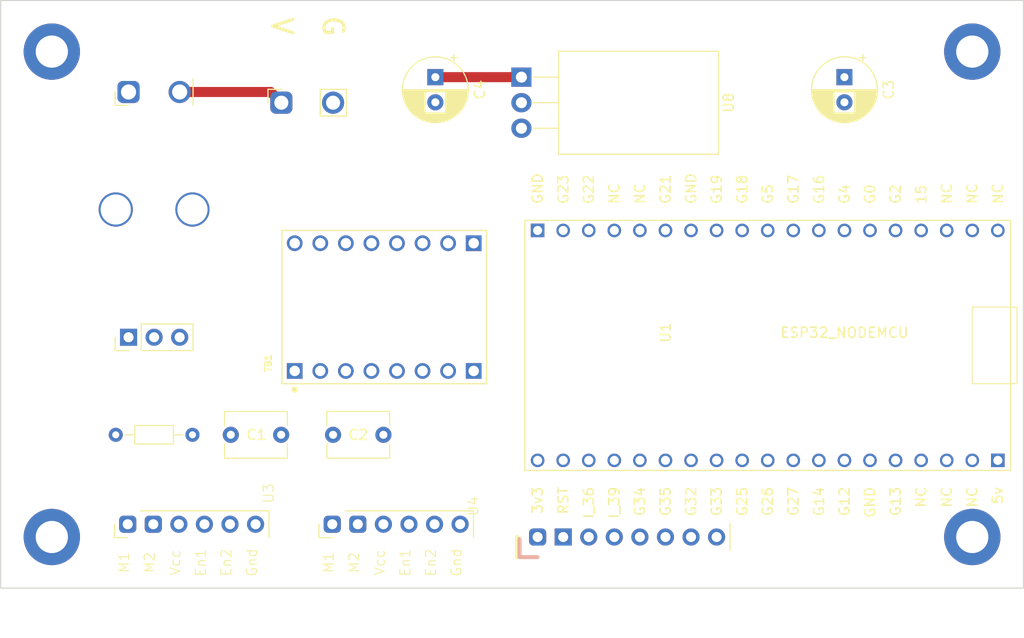
<source format=kicad_pcb>
(kicad_pcb (version 20221018) (generator pcbnew)
  (layers (0 "F.Cu" jumper) (31 "B.Cu" mixed) (36 "B.SilkS" user "B.Silkscreen") (37 "F.SilkS" user "F.Silkscreen") (38 "B.Mask" user) (39 "F.Mask" user) (44 "Edge.Cuts" user))
  (net 0 "")
  (net 1 "Net-(TB1-AO1)")
  (net 2 "Net-(TB1-AO2)")
  (net 3 "Net-(TB1-BO1)")
  (net 4 "Net-(TB1-BO2)")
  (net 5 "+3.3V")
  (net 6 "Net-(TB1-~{STBY})")
  (net 7 "0")
  (net 8 "+BATT")
  (net 9 "Rmotor-PWM")
  (net 10 "Rmotor-2")
  (net 11 "Rmotor-1")
  (net 12 "Lmotor-1")
  (net 13 "Lmotor-2")
  (net 14 "Lmotor-PWM")
  (net 15 "MPU-INT")
  (net 17 "MPU-SCL")
  (net 18 "MPU-SDA")
  (net 19 "LED-Internal")
  (net 21 "CurrentMeas")
  (net 29 "+5V")
  (net 38 "RPM-Right")
  (net 40 "RPM-Left")
  (net 45 "Net-(U7-Pin)")
  (footprint "Package_TO_SOT_THT:TO-220-3_Horizontal_TabDown" (layer "F.Cu") (at 153.33 76.2 -90)
    (fp_text reference "U8" (at 2.54 -20.58 90) (layer "F.SilkS"))
    (fp_text value "L7805")
    (fp_line (start -2.58 -19.58) (end -2.58 -3.69) (stroke (width 0.12)) (layer "F.SilkS"))
    (fp_line (start -2.58 -19.58) (end 7.66 -19.58) (stroke (width 0.12)) (layer "F.SilkS"))
    (fp_line (start -2.58 -3.69) (end 7.66 -3.69) (stroke (width 0.12)) (layer "F.SilkS"))
    (fp_line (start 0 -3.69) (end 0 -1.15) (stroke (width 0.12)) (layer "F.SilkS"))
    (fp_line (start 2.54 -3.69) (end 2.54 -1.15) (stroke (width 0.12)) (layer "F.SilkS"))
    (fp_line (start 5.08 -3.69) (end 5.08 -1.15) (stroke (width 0.12)) (layer "F.SilkS"))
    (fp_line (start 7.66 -19.58) (end 7.66 -3.69) (stroke (width 0.12)) (layer "F.SilkS"))
    (pad "" np_thru_hole oval (at 2.54 -16.66 270) (size 3.5 3.5) (drill 3.5) (layers "*.Cu" "*.Mask"))
    (pad "1" thru_hole rect (at 0 0 270) (size 1.905 2) (drill 1.1) (layers "*.Cu" "*.Mask") (net 8 "+BATT"))
    (pad "2" thru_hole oval (at 2.54 0 270) (size 1.905 2) (drill 1.1) (layers "*.Cu" "*.Mask") (net 7 "0"))
    (pad "3" thru_hole oval (at 5.08 0 270) (size 1.905 2) (drill 1.1) (layers "*.Cu" "*.Mask") (net 29 "+5V"))
  )
  (footprint "MountingHole:MountingHole_3.2mm_M3_DIN965_Pad_TopBottom" (layer "F.Cu") (at 106.68 121.92)
    (fp_text reference "H2" hide)
    (fp_text value "MountingHole")
    (pad "1" thru_hole circle (at 0 0) (size 3.6 3.6) (drill 3.2) (layers "*.Cu" "*.Mask"))
    (pad "1" connect circle (at 0 0) (size 5.6 5.6) (layers "F.Cu" "F.Mask"))
    (pad "1" connect circle (at 0 0) (size 5.6 5.6) (layers "B.Cu" "B.Mask"))
  )
  (footprint "Resistor_THT:R_Axial_DIN0204_L3.6mm_D1.6mm_P7.62mm_Horizontal" (layer "F.Cu") (at 113.03 111.76)
    (fp_text reference "R1" hide)
    (fp_text value "10kR")
    (fp_line (start 0.94 0) (end 1.89 0) (stroke (width 0.12)) (layer "F.SilkS"))
    (fp_line (start 1.89 -0.92) (end 1.89 0.92) (stroke (width 0.12)) (layer "F.SilkS"))
    (fp_line (start 1.89 0.92) (end 5.73 0.92) (stroke (width 0.12)) (layer "F.SilkS"))
    (fp_line (start 5.73 -0.92) (end 1.89 -0.92) (stroke (width 0.12)) (layer "F.SilkS"))
    (fp_line (start 5.73 0.92) (end 5.73 -0.92) (stroke (width 0.12)) (layer "F.SilkS"))
    (fp_line (start 6.68 0) (end 5.73 0) (stroke (width 0.12)) (layer "F.SilkS"))
    (pad "1" thru_hole circle (at 0 0) (size 1.4 1.4) (drill 0.7) (layers "*.Cu" "*.Mask") (net 5 "+3.3V"))
    (pad "2" thru_hole oval (at 7.62 0) (size 1.4 1.4) (drill 0.7) (layers "*.Cu" "*.Mask") (net 6 "Net-(TB1-~{STBY})"))
  )
  (footprint "Capacitor_THT:CP_Radial_D6.3mm_P2.50mm" (layer "F.Cu") (at 144.78 76.2 -90)
    (fp_text reference "C4" (at 1.25 -4.4 90) (layer "F.SilkS"))
    (fp_text value "C")
    (fp_line (start -2.250241 -1.839) (end -1.620241 -1.839) (stroke (width 0.12)) (layer "F.SilkS"))
    (fp_line (start -1.935241 -2.154) (end -1.935241 -1.524) (stroke (width 0.12)) (layer "F.SilkS"))
    (fp_line (start 1.25 -3.23) (end 1.25 3.23) (stroke (width 0.12)) (layer "F.SilkS"))
    (fp_line (start 1.29 -3.23) (end 1.29 3.23) (stroke (width 0.12)) (layer "F.SilkS"))
    (fp_line (start 1.33 -3.23) (end 1.33 3.23) (stroke (width 0.12)) (layer "F.SilkS"))
    (fp_line (start 1.37 -3.228) (end 1.37 3.228) (stroke (width 0.12)) (layer "F.SilkS"))
    (fp_line (start 1.41 -3.227) (end 1.41 3.227) (stroke (width 0.12)) (layer "F.SilkS"))
    (fp_line (start 1.45 -3.224) (end 1.45 3.224) (stroke (width 0.12)) (layer "F.SilkS"))
    (fp_line (start 1.49 -3.222) (end 1.49 -1.04) (stroke (width 0.12)) (layer "F.SilkS"))
    (fp_line (start 1.49 1.04) (end 1.49 3.222) (stroke (width 0.12)) (layer "F.SilkS"))
    (fp_line (start 1.53 -3.218) (end 1.53 -1.04) (stroke (width 0.12)) (layer "F.SilkS"))
    (fp_line (start 1.53 1.04) (end 1.53 3.218) (stroke (width 0.12)) (layer "F.SilkS"))
    (fp_line (start 1.57 -3.215) (end 1.57 -1.04) (stroke (width 0.12)) (layer "F.SilkS"))
    (fp_line (start 1.57 1.04) (end 1.57 3.215) (stroke (width 0.12)) (layer "F.SilkS"))
    (fp_line (start 1.61 -3.211) (end 1.61 -1.04) (stroke (width 0.12)) (layer "F.SilkS"))
    (fp_line (start 1.61 1.04) (end 1.61 3.211) (stroke (width 0.12)) (layer "F.SilkS"))
    (fp_line (start 1.65 -3.206) (end 1.65 -1.04) (stroke (width 0.12)) (layer "F.SilkS"))
    (fp_line (start 1.65 1.04) (end 1.65 3.206) (stroke (width 0.12)) (layer "F.SilkS"))
    (fp_line (start 1.69 -3.201) (end 1.69 -1.04) (stroke (width 0.12)) (layer "F.SilkS"))
    (fp_line (start 1.69 1.04) (end 1.69 3.201) (stroke (width 0.12)) (layer "F.SilkS"))
    (fp_line (start 1.73 -3.195) (end 1.73 -1.04) (stroke (width 0.12)) (layer "F.SilkS"))
    (fp_line (start 1.73 1.04) (end 1.73 3.195) (stroke (width 0.12)) (layer "F.SilkS"))
    (fp_line (start 1.77 -3.189) (end 1.77 -1.04) (stroke (width 0.12)) (layer "F.SilkS"))
    (fp_line (start 1.77 1.04) (end 1.77 3.189) (stroke (width 0.12)) (layer "F.SilkS"))
    (fp_line (start 1.81 -3.182) (end 1.81 -1.04) (stroke (width 0.12)) (layer "F.SilkS"))
    (fp_line (start 1.81 1.04) (end 1.81 3.182) (stroke (width 0.12)) (layer "F.SilkS"))
    (fp_line (start 1.85 -3.175) (end 1.85 -1.04) (stroke (width 0.12)) (layer "F.SilkS"))
    (fp_line (start 1.85 1.04) (end 1.85 3.175) (stroke (width 0.12)) (layer "F.SilkS"))
    (fp_line (start 1.89 -3.167) (end 1.89 -1.04) (stroke (width 0.12)) (layer "F.SilkS"))
    (fp_line (start 1.89 1.04) (end 1.89 3.167) (stroke (width 0.12)) (layer "F.SilkS"))
    (fp_line (start 1.93 -3.159) (end 1.93 -1.04) (stroke (width 0.12)) (layer "F.SilkS"))
    (fp_line (start 1.93 1.04) (end 1.93 3.159) (stroke (width 0.12)) (layer "F.SilkS"))
    (fp_line (start 1.971 -3.15) (end 1.971 -1.04) (stroke (width 0.12)) (layer "F.SilkS"))
    (fp_line (start 1.971 1.04) (end 1.971 3.15) (stroke (width 0.12)) (layer "F.SilkS"))
    (fp_line (start 2.011 -3.141) (end 2.011 -1.04) (stroke (width 0.12)) (layer "F.SilkS"))
    (fp_line (start 2.011 1.04) (end 2.011 3.141) (stroke (width 0.12)) (layer "F.SilkS"))
    (fp_line (start 2.051 -3.131) (end 2.051 -1.04) (stroke (width 0.12)) (layer "F.SilkS"))
    (fp_line (start 2.051 1.04) (end 2.051 3.131) (stroke (width 0.12)) (layer "F.SilkS"))
    (fp_line (start 2.091 -3.121) (end 2.091 -1.04) (stroke (width 0.12)) (layer "F.SilkS"))
    (fp_line (start 2.091 1.04) (end 2.091 3.121) (stroke (width 0.12)) (layer "F.SilkS"))
    (fp_line (start 2.131 -3.11) (end 2.131 -1.04) (stroke (width 0.12)) (layer "F.SilkS"))
    (fp_line (start 2.131 1.04) (end 2.131 3.11) (stroke (width 0.12)) (layer "F.SilkS"))
    (fp_line (start 2.171 -3.098) (end 2.171 -1.04) (stroke (width 0.12)) (layer "F.SilkS"))
    (fp_line (start 2.171 1.04) (end 2.171 3.098) (stroke (width 0.12)) (layer "F.SilkS"))
    (fp_line (start 2.211 -3.086) (end 2.211 -1.04) (stroke (width 0.12)) (layer "F.SilkS"))
    (fp_line (start 2.211 1.04) (end 2.211 3.086) (stroke (width 0.12)) (layer "F.SilkS"))
    (fp_line (start 2.251 -3.074) (end 2.251 -1.04) (stroke (width 0.12)) (layer "F.SilkS"))
    (fp_line (start 2.251 1.04) (end 2.251 3.074) (stroke (width 0.12)) (layer "F.SilkS"))
    (fp_line (start 2.291 -3.061) (end 2.291 -1.04) (stroke (width 0.12)) (layer "F.SilkS"))
    (fp_line (start 2.291 1.04) (end 2.291 3.061) (stroke (width 0.12)) (layer "F.SilkS"))
    (fp_line (start 2.331 -3.047) (end 2.331 -1.04) (stroke (width 0.12)) (layer "F.SilkS"))
    (fp_line (start 2.331 1.04) (end 2.331 3.047) (stroke (width 0.12)) (layer "F.SilkS"))
    (fp_line (start 2.371 -3.033) (end 2.371 -1.04) (stroke (width 0.12)) (layer "F.SilkS"))
    (fp_line (start 2.371 1.04) (end 2.371 3.033) (stroke (width 0.12)) (layer "F.SilkS"))
    (fp_line (start 2.411 -3.018) (end 2.411 -1.04) (stroke (width 0.12)) (layer "F.SilkS"))
    (fp_line (start 2.411 1.04) (end 2.411 3.018) (stroke (width 0.12)) (layer "F.SilkS"))
    (fp_line (start 2.451 -3.002) (end 2.451 -1.04) (stroke (width 0.12)) (layer "F.SilkS"))
    (fp_line (start 2.451 1.04) (end 2.451 3.002) (stroke (width 0.12)) (layer "F.SilkS"))
    (fp_line (start 2.491 -2.986) (end 2.491 -1.04) (stroke (width 0.12)) (layer "F.SilkS"))
    (fp_line (start 2.491 1.04) (end 2.491 2.986) (stroke (width 0.12)) (layer "F.SilkS"))
    (fp_line (start 2.531 -2.97) (end 2.531 -1.04) (stroke (width 0.12)) (layer "F.SilkS"))
    (fp_line (start 2.531 1.04) (end 2.531 2.97) (stroke (width 0.12)) (layer "F.SilkS"))
    (fp_line (start 2.571 -2.952) (end 2.571 -1.04) (stroke (width 0.12)) (layer "F.SilkS"))
    (fp_line (start 2.571 1.04) (end 2.571 2.952) (stroke (width 0.12)) (layer "F.SilkS"))
    (fp_line (start 2.611 -2.934) (end 2.611 -1.04) (stroke (width 0.12)) (layer "F.SilkS"))
    (fp_line (start 2.611 1.04) (end 2.611 2.934) (stroke (width 0.12)) (layer "F.SilkS"))
    (fp_line (start 2.651 -2.916) (end 2.651 -1.04) (stroke (width 0.12)) (layer "F.SilkS"))
    (fp_line (start 2.651 1.04) (end 2.651 2.916) (stroke (width 0.12)) (layer "F.SilkS"))
    (fp_line (start 2.691 -2.896) (end 2.691 -1.04) (stroke (width 0.12)) (layer "F.SilkS"))
    (fp_line (start 2.691 1.04) (end 2.691 2.896) (stroke (width 0.12)) (layer "F.SilkS"))
    (fp_line (start 2.731 -2.876) (end 2.731 -1.04) (stroke (width 0.12)) (layer "F.SilkS"))
    (fp_line (start 2.731 1.04) (end 2.731 2.876) (stroke (width 0.12)) (layer "F.SilkS"))
    (fp_line (start 2.771 -2.856) (end 2.771 -1.04) (stroke (width 0.12)) (layer "F.SilkS"))
    (fp_line (start 2.771 1.04) (end 2.771 2.856) (stroke (width 0.12)) (layer "F.SilkS"))
    (fp_line (start 2.811 -2.834) (end 2.811 -1.04) (stroke (width 0.12)) (layer "F.SilkS"))
    (fp_line (start 2.811 1.04) (end 2.811 2.834) (stroke (width 0.12)) (layer "F.SilkS"))
    (fp_line (start 2.851 -2.812) (end 2.851 -1.04) (stroke (width 0.12)) (layer "F.SilkS"))
    (fp_line (start 2.851 1.04) (end 2.851 2.812) (stroke (width 0.12)) (layer "F.SilkS"))
    (fp_line (start 2.891 -2.79) (end 2.891 -1.04) (stroke (width 0.12)) (layer "F.SilkS"))
    (fp_line (start 2.891 1.04) (end 2.891 2.79) (stroke (width 0.12)) (layer "F.SilkS"))
    (fp_line (start 2.931 -2.766) (end 2.931 -1.04) (stroke (width 0.12)) (layer "F.SilkS"))
    (fp_line (start 2.931 1.04) (end 2.931 2.766) (stroke (width 0.12)) (layer "F.SilkS"))
    (fp_line (start 2.971 -2.742) (end 2.971 -1.04) (stroke (width 0.12)) (layer "F.SilkS"))
    (fp_line (start 2.971 1.04) (end 2.971 2.742) (stroke (width 0.12)) (layer "F.SilkS"))
    (fp_line (start 3.011 -2.716) (end 3.011 -1.04) (stroke (width 0.12)) (layer "F.SilkS"))
    (fp_line (start 3.011 1.04) (end 3.011 2.716) (stroke (width 0.12)) (layer "F.SilkS"))
    (fp_line (start 3.051 -2.69) (end 3.051 -1.04) (stroke (width 0.12)) (layer "F.SilkS"))
    (fp_line (start 3.051 1.04) (end 3.051 2.69) (stroke (width 0.12)) (layer "F.SilkS"))
    (fp_line (start 3.091 -2.664) (end 3.091 -1.04) (stroke (width 0.12)) (layer "F.SilkS"))
    (fp_line (start 3.091 1.04) (end 3.091 2.664) (stroke (width 0.12)) (layer "F.SilkS"))
    (fp_line (start 3.131 -2.636) (end 3.131 -1.04) (stroke (width 0.12)) (layer "F.SilkS"))
    (fp_line (start 3.131 1.04) (end 3.131 2.636) (stroke (width 0.12)) (layer "F.SilkS"))
    (fp_line (start 3.171 -2.607) (end 3.171 -1.04) (stroke (width 0.12)) (layer "F.SilkS"))
    (fp_line (start 3.171 1.04) (end 3.171 2.607) (stroke (width 0.12)) (layer "F.SilkS"))
    (fp_line (start 3.211 -2.578) (end 3.211 -1.04) (stroke (width 0.12)) (layer "F.SilkS"))
    (fp_line (start 3.211 1.04) (end 3.211 2.578) (stroke (width 0.12)) (layer "F.SilkS"))
    (fp_line (start 3.251 -2.548) (end 3.251 -1.04) (stroke (width 0.12)) (layer "F.SilkS"))
    (fp_line (start 3.251 1.04) (end 3.251 2.548) (stroke (width 0.12)) (layer "F.SilkS"))
    (fp_line (start 3.291 -2.516) (end 3.291 -1.04) (stroke (width 0.12)) (layer "F.SilkS"))
    (fp_line (start 3.291 1.04) (end 3.291 2.516) (stroke (width 0.12)) (layer "F.SilkS"))
    (fp_line (start 3.331 -2.484) (end 3.331 -1.04) (stroke (width 0.12)) (layer "F.SilkS"))
    (fp_line (start 3.331 1.04) (end 3.331 2.484) (stroke (width 0.12)) (layer "F.SilkS"))
    (fp_line (start 3.371 -2.45) (end 3.371 -1.04) (stroke (width 0.12)) (layer "F.SilkS"))
    (fp_line (start 3.371 1.04) (end 3.371 2.45) (stroke (width 0.12)) (layer "F.SilkS"))
    (fp_line (start 3.411 -2.416) (end 3.411 -1.04) (stroke (width 0.12)) (layer "F.SilkS"))
    (fp_line (start 3.411 1.04) (end 3.411 2.416) (stroke (width 0.12)) (layer "F.SilkS"))
    (fp_line (start 3.451 -2.38) (end 3.451 -1.04) (stroke (width 0.12)) (layer "F.SilkS"))
    (fp_line (start 3.451 1.04) (end 3.451 2.38) (stroke (width 0.12)) (layer "F.SilkS"))
    (fp_line (start 3.491 -2.343) (end 3.491 -1.04) (stroke (width 0.12)) (layer "F.SilkS"))
    (fp_line (start 3.491 1.04) (end 3.491 2.343) (stroke (width 0.12)) (layer "F.SilkS"))
    (fp_line (start 3.531 -2.305) (end 3.531 -1.04) (stroke (width 0.12)) (layer "F.SilkS"))
    (fp_line (start 3.531 1.04) (end 3.531 2.305) (stroke (width 0.12)) (layer "F.SilkS"))
    (fp_line (start 3.571 -2.265) (end 3.571 2.265) (stroke (width 0.12)) (layer "F.SilkS"))
    (fp_line (start 3.611 -2.224) (end 3.611 2.224) (stroke (width 0.12)) (layer "F.SilkS"))
    (fp_line (start 3.651 -2.182) (end 3.651 2.182) (stroke (width 0.12)) (layer "F.SilkS"))
    (fp_line (start 3.691 -2.137) (end 3.691 2.137) (stroke (width 0.12)) (layer "F.SilkS"))
    (fp_line (start 3.731 -2.092) (end 3.731 2.092) (stroke (width 0.12)) (layer "F.SilkS"))
    (fp_line (start 3.771 -2.044) (end 3.771 2.044) (stroke (width 0.12)) (layer "F.SilkS"))
    (fp_line (start 3.811 -1.995) (end 3.811 1.995) (stroke (width 0.12)) (layer "F.SilkS"))
    (fp_line (start 3.851 -1.944) (end 3.851 1.944) (stroke (width 0.12)) (layer "F.SilkS"))
    (fp_line (start 3.891 -1.89) (end 3.891 1.89) (stroke (width 0.12)) (layer "F.SilkS"))
    (fp_line (start 3.931 -1.834) (end 3.931 1.834) (stroke (width 0.12)) (layer "F.SilkS"))
    (fp_line (start 3.971 -1.776) (end 3.971 1.776) (stroke (width 0.12)) (layer "F.SilkS"))
    (fp_line (start 4.011 -1.714) (end 4.011 1.714) (stroke (width 0.12)) (layer "F.SilkS"))
    (fp_line (start 4.051 -1.65) (end 4.051 1.65) (stroke (width 0.12)) (layer "F.SilkS"))
    (fp_line (start 4.091 -1.581) (end 4.091 1.581) (stroke (width 0.12)) (layer "F.SilkS"))
    (fp_line (start 4.131 -1.509) (end 4.131 1.509) (stroke (width 0.12)) (layer "F.SilkS"))
    (fp_line (start 4.171 -1.432) (end 4.171 1.432) (stroke (width 0.12)) (layer "F.SilkS"))
    (fp_line (start 4.211 -1.35) (end 4.211 1.35) (stroke (width 0.12)) (layer "F.SilkS"))
    (fp_line (start 4.251 -1.262) (end 4.251 1.262) (stroke (width 0.12)) (layer "F.SilkS"))
    (fp_line (start 4.291 -1.165) (end 4.291 1.165) (stroke (width 0.12)) (layer "F.SilkS"))
    (fp_line (start 4.331 -1.059) (end 4.331 1.059) (stroke (width 0.12)) (layer "F.SilkS"))
    (fp_line (start 4.371 -0.94) (end 4.371 0.94) (stroke (width 0.12)) (layer "F.SilkS"))
    (fp_line (start 4.411 -0.802) (end 4.411 0.802) (stroke (width 0.12)) (layer "F.SilkS"))
    (fp_line (start 4.451 -0.633) (end 4.451 0.633) (stroke (width 0.12)) (layer "F.SilkS"))
    (fp_line (start 4.491 -0.402) (end 4.491 0.402) (stroke (width 0.12)) (layer "F.SilkS"))
    (fp_circle (center 1.25 0) (end 4.52 0) (stroke (width 0.12)) (fill none) (layer "F.SilkS"))
    (pad "1" thru_hole rect (at 0 0 270) (size 1.6 1.6) (drill 0.8) (layers "*.Cu" "*.Mask") (net 8 "+BATT"))
    (pad "2" thru_hole circle (at 2.5 0 270) (size 1.6 1.6) (drill 0.8) (layers "*.Cu" "*.Mask") (net 7 "0"))
  )
  (footprint "MountingHole:MountingHole_3.2mm_M3_DIN965_Pad_TopBottom" (layer "F.Cu") (at 198.12 73.66)
    (fp_text reference "H3" hide)
    (fp_text value "MountingHole")
    (pad "1" thru_hole circle (at 0 0) (size 3.6 3.6) (drill 3.2) (layers "*.Cu" "*.Mask"))
    (pad "1" connect circle (at 0 0) (size 5.6 5.6) (layers "F.Cu" "F.Mask"))
    (pad "1" connect circle (at 0 0) (size 5.6 5.6) (layers "B.Cu" "B.Mask"))
  )
  (footprint "0_Footprints:V-TecMotorHeader" (layer "F.Cu") (at 141.2075 119.38 90)
    (fp_text reference "U4" (at 0.53 7.3325 90 unlocked) (layer "F.SilkS") (effects (font (thickness 0.1))))
    (fp_text value "~")
    (fp_text user "Vcc" (at -5.08 -2.54 90 unlocked) (layer "F.SilkS") (effects (font (thickness 0.1)) (justify top)))
    (fp_text user "M1" (at -5.08 -7.62 90 unlocked) (layer "F.SilkS") (effects (font (thickness 0.1)) (justify top)))
    (fp_text user "Gnd" (at -5.08 5.08 90 unlocked) (layer "F.SilkS") (effects (font (thickness 0.1)) (justify top)))
    (fp_text user "M2" (at -5.08 -5.08 90 unlocked) (layer "F.SilkS") (effects (font (thickness 0.1)) (justify top)))
    (fp_text user "En1" (at -5.08 0 90 unlocked) (layer "F.SilkS") (effects (font (thickness 0.1)) (justify top)))
    (fp_text user "En2" (at -5.08 2.54 90 unlocked) (layer "F.SilkS") (effects (font (thickness 0.1)) (justify top)))
    (fp_line (start -2.6 -7.9975) (end -1.27 -7.9975) (stroke (width 0.12)) (layer "F.SilkS"))
    (fp_line (start -2.6 -6.6675) (end -2.6 -7.9975) (stroke (width 0.12)) (layer "F.SilkS"))
    (fp_line (start -2.6 7.3625) (end 0.06 7.3625) (stroke (width 0.12)) (layer "F.SilkS"))
    (fp_line (start 0.06 -5.3975) (end 0.06 7.3625) (stroke (width 0.12)) (layer "F.SilkS"))
    (pad "1" thru_hole roundrect (at -1.27 -6.6675 90) (size 1.7 1.7) (drill 1) (layers "*.Cu" "*.Mask") (net 4 "Net-(TB1-BO2)"))
    (pad "2" thru_hole roundrect (at -1.27 -4.1275 90) (size 1.7 1.7) (drill 1) (layers "*.Cu" "*.Mask") (net 3 "Net-(TB1-BO1)"))
    (pad "3" thru_hole oval (at -1.27 -1.5875 90) (size 1.7 1.7) (drill 1) (layers "*.Cu" "*.Mask") (net 5 "+3.3V"))
    (pad "4" thru_hole oval (at -1.27 0.9525 90) (size 1.7 1.7) (drill 1) (layers "*.Cu" "*.Mask") (net 38 "RPM-Right"))
    (pad "5" thru_hole oval (at -1.27 3.4925 90) (size 1.7 1.7) (drill 1) (layers "*.Cu" "*.Mask"))
    (pad "6" thru_hole oval (at -1.27 6.0325 90) (size 1.7 1.7) (drill 1) (layers "*.Cu" "*.Mask") (net 7 "0"))
  )
  (footprint "0_Footprints:CurrentMeter" (layer "F.Cu") (at 116.84 102.06)
    (fp_text reference "U7" hide)
    (fp_text value "~" hide)
    (fp_line (start -3.87 -23.054) (end -3.87 -24.384) (stroke (width 0.12)) (layer "F.SilkS"))
    (fp_line (start -3.87 1.33) (end -3.87 0) (stroke (width 0.12)) (layer "F.SilkS"))
    (fp_line (start -2.54 -23.054) (end -3.87 -23.054) (stroke (width 0.12)) (layer "F.SilkS"))
    (fp_line (start -2.54 1.33) (end -3.87 1.33) (stroke (width 0.12)) (layer "F.SilkS"))
    (fp_line (start -1.27 -1.33) (end 3.87 -1.33) (stroke (width 0.12)) (layer "F.SilkS"))
    (fp_line (start -1.27 1.33) (end -1.27 -1.33) (stroke (width 0.12)) (layer "F.SilkS"))
    (fp_line (start -1.27 1.33) (end 3.87 1.33) (stroke (width 0.12)) (layer "F.SilkS"))
    (fp_line (start 3.87 -23.054) (end 3.87 -25.714) (stroke (width 0.12)) (layer "F.SilkS"))
    (fp_line (start 3.87 1.33) (end 3.87 -1.33) (stroke (width 0.12)) (layer "F.SilkS"))
    (pad "" thru_hole oval (at -3.81 -12.7 90) (size 3.4 3.4) (drill 3) (layers "*.Cu" "*.Mask"))
    (pad "" thru_hole oval (at 3.81 -12.7 90) (size 3.4 3.4) (drill 3) (layers "*.Cu" "*.Mask"))
    (pad "1" thru_hole rect (at -2.54 0 90) (size 1.7 1.7) (drill 1) (layers "*.Cu" "*.Mask") (net 7 "0"))
    (pad "2" thru_hole oval (at 0 0 90) (size 1.7 1.7) (drill 1) (layers "*.Cu" "*.Mask") (net 21 "CurrentMeas"))
    (pad "3" thru_hole oval (at 2.54 0 90) (size 1.7 1.7) (drill 1) (layers "*.Cu" "*.Mask") (net 29 "+5V"))
    (pad "p1" thru_hole oval (at 2.54 -24.384 90) (size 2.2 2.2) (drill 1.5) (layers "*.Cu" "*.Mask") (net 45 "Net-(U7-Pin)"))
    (pad "p2" thru_hole roundrect (at -2.54 -24.384 90) (size 2.2 2.2) (drill 1.5) (layers "*.Cu" "*.Mask") (net 8 "+BATT"))
  )
  (footprint "0_Footprints:SHIELD_POLOLU-713" (layer "F.Cu") (at 139.7 99.06 90)
    (fp_text reference "TB1" (at -5.576673 -11.524334 90) (layer "F.SilkS") (effects (font (size 0.640998 0.640998))))
    (fp_text value "POLOLU-713")
    (fp_line (start -7.62 -10.16) (end 7.62 -10.16) (stroke (width 0.127)) (layer "F.SilkS"))
    (fp_line (start -7.62 10.16) (end -7.62 -10.16) (stroke (width 0.127)) (layer "F.SilkS"))
    (fp_line (start 7.62 -10.16) (end 7.62 10.16) (stroke (width 0.127)) (layer "F.SilkS"))
    (fp_line (start 7.62 10.16) (end -7.62 10.16) (stroke (width 0.127)) (layer "F.SilkS"))
    (fp_circle (center -8.2 -8.9) (end -8.05 -8.9) (stroke (width 0.3)) (fill none) (layer "F.SilkS"))
    (pad "1" thru_hole rect (at -6.35 -8.89 90) (size 1.56 1.56) (drill 1.04) (layers "*.Cu" "*.Mask") (net 7 "0"))
    (pad "2" thru_hole circle (at -6.35 -6.35 90) (size 1.56 1.56) (drill 1.04) (layers "*.Cu" "*.Mask") (net 5 "+3.3V"))
    (pad "3" thru_hole circle (at -6.35 -3.81 90) (size 1.56 1.56) (drill 1.04) (layers "*.Cu" "*.Mask") (net 1 "Net-(TB1-AO1)"))
    (pad "4" thru_hole circle (at -6.35 -1.27 90) (size 1.56 1.56) (drill 1.04) (layers "*.Cu" "*.Mask") (net 2 "Net-(TB1-AO2)"))
    (pad "5" thru_hole circle (at -6.35 1.27 90) (size 1.56 1.56) (drill 1.04) (layers "*.Cu" "*.Mask") (net 4 "Net-(TB1-BO2)"))
    (pad "6" thru_hole circle (at -6.35 3.81 90) (size 1.56 1.56) (drill 1.04) (layers "*.Cu" "*.Mask") (net 3 "Net-(TB1-BO1)"))
    (pad "7" thru_hole circle (at -6.35 6.35 90) (size 1.56 1.56) (drill 1.04) (layers "*.Cu" "*.Mask") (net 8 "+BATT"))
    (pad "8" thru_hole rect (at -6.35 8.89 90) (size 1.56 1.56) (drill 1.04) (layers "*.Cu" "*.Mask") (net 7 "0"))
    (pad "9" thru_hole rect (at 6.35 8.89 90) (size 1.56 1.56) (drill 1.04) (layers "*.Cu" "*.Mask") (net 7 "0"))
    (pad "10" thru_hole circle (at 6.35 6.35 90) (size 1.56 1.56) (drill 1.04) (layers "*.Cu" "*.Mask") (net 9 "Rmotor-PWM"))
    (pad "11" thru_hole circle (at 6.35 3.81 90) (size 1.56 1.56) (drill 1.04) (layers "*.Cu" "*.Mask") (net 10 "Rmotor-2"))
    (pad "12" thru_hole circle (at 6.35 1.27 90) (size 1.56 1.56) (drill 1.04) (layers "*.Cu" "*.Mask") (net 11 "Rmotor-1"))
    (pad "13" thru_hole circle (at 6.35 -1.27 90) (size 1.56 1.56) (drill 1.04) (layers "*.Cu" "*.Mask") (net 6 "Net-(TB1-~{STBY})"))
    (pad "14" thru_hole circle (at 6.35 -3.81 90) (size 1.56 1.56) (drill 1.04) (layers "*.Cu" "*.Mask") (net 12 "Lmotor-1"))
    (pad "15" thru_hole circle (at 6.35 -6.35 90) (size 1.56 1.56) (drill 1.04) (layers "*.Cu" "*.Mask") (net 13 "Lmotor-2"))
    (pad "16" thru_hole circle (at 6.35 -8.89 90) (size 1.56 1.56) (drill 1.04) (layers "*.Cu" "*.Mask") (net 14 "Lmotor-PWM"))
  )
  (footprint "Capacitor_THT:C_Disc_D6.0mm_W4.4mm_P5.00mm" (layer "F.Cu") (at 124.46 111.76)
    (fp_text reference "C1" (at 2.54 0) (layer "F.SilkS"))
    (fp_text value "C")
    (fp_line (start -0.62 -2.321) (end -0.62 -0.925) (stroke (width 0.12)) (layer "F.SilkS"))
    (fp_line (start -0.62 -2.321) (end 5.62 -2.321) (stroke (width 0.12)) (layer "F.SilkS"))
    (fp_line (start -0.62 0.925) (end -0.62 2.321) (stroke (width 0.12)) (layer "F.SilkS"))
    (fp_line (start -0.62 2.321) (end 5.62 2.321) (stroke (width 0.12)) (layer "F.SilkS"))
    (fp_line (start 5.62 -2.321) (end 5.62 -0.925) (stroke (width 0.12)) (layer "F.SilkS"))
    (fp_line (start 5.62 0.925) (end 5.62 2.321) (stroke (width 0.12)) (layer "F.SilkS"))
    (pad "1" thru_hole circle (at 0 0) (size 1.6 1.6) (drill 0.8) (layers "*.Cu" "*.Mask") (net 1 "Net-(TB1-AO1)"))
    (pad "2" thru_hole circle (at 5 0) (size 1.6 1.6) (drill 0.8) (layers "*.Cu" "*.Mask") (net 2 "Net-(TB1-AO2)"))
  )
  (footprint "MountingHole:MountingHole_3.2mm_M3_DIN965_Pad_TopBottom" (layer "F.Cu") (at 198.12 121.92)
    (fp_text reference "H4" hide)
    (fp_text value "MountingHole")
    (pad "1" thru_hole circle (at 0 0) (size 3.6 3.6) (drill 3.2) (layers "*.Cu" "*.Mask"))
    (pad "1" connect circle (at 0 0) (size 5.6 5.6) (layers "F.Cu" "F.Mask"))
    (pad "1" connect circle (at 0 0) (size 5.6 5.6) (layers "B.Cu" "B.Mask"))
  )
  (footprint "0_Footprints:BatteryConnector" (layer "F.Cu") (at 130.115 78.74 -90)
    (fp_text reference "U5" hide)
    (fp_text value "~" hide)
    (fp_text user "G" (at -7.62 -4.505 -90 unlocked) (layer "F.SilkS") (effects (font (size 2 2) (thickness 0.3))))
    (fp_text user "V" (at -7.62 0.575 -90 unlocked) (layer "F.SilkS") (effects (font (size 2 2) (thickness 0.3))))
    (fp_line (start -1.33 -5.835) (end 1.33 -5.835) (stroke (width 0.12)) (layer "F.SilkS"))
    (fp_line (start -1.33 -3.235) (end -1.33 -5.835) (stroke (width 0.12)) (layer "F.SilkS"))
    (fp_line (start -1.33 -3.235) (end 1.33 -3.235) (stroke (width 0.12)) (layer "F.SilkS"))
    (fp_line (start -1.33 -3.235) (end 1.33 -3.235) (stroke (width 0.12)) (layer "F.SilkS"))
    (fp_line (start -1.33 0.635) (end -1.33 1.965) (stroke (width 0.12)) (layer "F.SilkS"))
    (fp_line (start -1.33 1.965) (end 0 1.965) (stroke (width 0.12)) (layer "F.SilkS"))
    (fp_line (start 1.33 -3.235) (end 1.33 -5.835) (stroke (width 0.12)) (layer "F.SilkS"))
    (pad "GND" thru_hole oval (at 0 -4.505 270) (size 2.2 2.2) (drill 1.4) (layers "*.Cu" "*.Mask") (net 7 "0"))
    (pad "Vbatt" thru_hole roundrect (at 0 0.635 270) (size 2.2 2.2) (drill 1.4) (layers "*.Cu" "*.Mask") (net 45 "Net-(U7-Pin)"))
  )
  (footprint "Capacitor_THT:C_Disc_D6.0mm_W4.4mm_P5.00mm" (layer "F.Cu") (at 134.62 111.76)
    (fp_text reference "C2" (at 2.5 0) (layer "F.SilkS"))
    (fp_text value "C")
    (fp_line (start -0.62 -2.321) (end -0.62 -0.925) (stroke (width 0.12)) (layer "F.SilkS"))
    (fp_line (start -0.62 -2.321) (end 5.62 -2.321) (stroke (width 0.12)) (layer "F.SilkS"))
    (fp_line (start -0.62 0.925) (end -0.62 2.321) (stroke (width 0.12)) (layer "F.SilkS"))
    (fp_line (start -0.62 2.321) (end 5.62 2.321) (stroke (width 0.12)) (layer "F.SilkS"))
    (fp_line (start 5.62 -2.321) (end 5.62 -0.925) (stroke (width 0.12)) (layer "F.SilkS"))
    (fp_line (start 5.62 0.925) (end 5.62 2.321) (stroke (width 0.12)) (layer "F.SilkS"))
    (pad "1" thru_hole circle (at 0 0) (size 1.6 1.6) (drill 0.8) (layers "*.Cu" "*.Mask") (net 4 "Net-(TB1-BO2)"))
    (pad "2" thru_hole circle (at 5 0) (size 1.6 1.6) (drill 0.8) (layers "*.Cu" "*.Mask") (net 3 "Net-(TB1-BO1)"))
  )
  (footprint "0_Footprints:V-TecMotorHeader" (layer "F.Cu") (at 120.8875 119.38 90)
    (fp_text reference "U3" (at 1.8 7.3325 90 unlocked) (layer "F.SilkS") (effects (font (thickness 0.1))))
    (fp_text value "~")
    (fp_text user "Vcc" (at -5.08 -2.54 90 unlocked) (layer "F.SilkS") (effects (font (thickness 0.1)) (justify top)))
    (fp_text user "Gnd" (at -5.08 5.08 90 unlocked) (layer "F.SilkS") (effects (font (thickness 0.1)) (justify top)))
    (fp_text user "En1" (at -5.08 0 90 unlocked) (layer "F.SilkS") (effects (font (thickness 0.1)) (justify top)))
    (fp_text user "En2" (at -5.08 2.54 90 unlocked) (layer "F.SilkS") (effects (font (thickness 0.1)) (justify top)))
    (fp_text user "M1" (at -5.08 -7.62 90 unlocked) (layer "F.SilkS") (effects (font (thickness 0.1)) (justify top)))
    (fp_text user "M2" (at -5.08 -5.08 90 unlocked) (layer "F.SilkS") (effects (font (thickness 0.1)) (justify top)))
    (fp_line (start -2.6 -7.9975) (end -1.27 -7.9975) (stroke (width 0.12)) (layer "F.SilkS"))
    (fp_line (start -2.6 -6.6675) (end -2.6 -7.9975) (stroke (width 0.12)) (layer "F.SilkS"))
    (fp_line (start -2.6 7.3625) (end 0.06 7.3625) (stroke (width 0.12)) (layer "F.SilkS"))
    (fp_line (start 0.06 -5.3975) (end 0.06 7.3625) (stroke (width 0.12)) (layer "F.SilkS"))
    (pad "1" thru_hole roundrect (at -1.27 -6.6675 90) (size 1.7 1.7) (drill 1) (layers "*.Cu" "*.Mask") (net 1 "Net-(TB1-AO1)"))
    (pad "2" thru_hole roundrect (at -1.27 -4.1275 90) (size 1.7 1.7) (drill 1) (layers "*.Cu" "*.Mask") (net 2 "Net-(TB1-AO2)"))
    (pad "3" thru_hole oval (at -1.27 -1.5875 90) (size 1.7 1.7) (drill 1) (layers "*.Cu" "*.Mask") (net 5 "+3.3V"))
    (pad "4" thru_hole oval (at -1.27 0.9525 90) (size 1.7 1.7) (drill 1) (layers "*.Cu" "*.Mask") (net 40 "RPM-Left"))
    (pad "5" thru_hole oval (at -1.27 3.4925 90) (size 1.7 1.7) (drill 1) (layers "*.Cu" "*.Mask"))
    (pad "6" thru_hole oval (at -1.27 6.0325 90) (size 1.7 1.7) (drill 1) (layers "*.Cu" "*.Mask") (net 7 "0"))
  )
  (footprint "0_Footprints:MPU-6050-External" (layer "F.Cu") (at 172.72 121.92 -90)
    (fp_text reference "U6" hide)
    (fp_text value "~" hide)
    (fp_line (start 2 17.78) (end 2 19.57) (stroke (width 0.4)) (layer "B.SilkS"))
    (fp_line (start 2 19.57) (end 0.21 19.57) (stroke (width 0.4)) (layer "B.SilkS"))
    (fp_line (start 1.33 -1.33) (end -1.33 -1.33) (stroke (width 0.12)) (layer "F.SilkS"))
    (fp_line (start 2 17.8) (end 2 19.8) (stroke (width 0.4)) (layer "F.SilkS"))
    (fp_line (start 2 19.8) (end 0 19.8) (stroke (width 0.4)) (layer "F.SilkS"))
    (pad "ADO" thru_hole oval (at 0 2.54 90) (size 1.7 1.7) (drill 1) (layers "*.Cu" "*.Mask"))
    (pad "GND" thru_hole rect (at 0 15.24 90) (size 1.7 1.7) (drill 1) (layers "*.Cu" "*.Mask") (net 7 "0"))
    (pad "INT" thru_hole oval (at 0 0 90) (size 1.7 1.7) (drill 1) (layers "*.Cu" "*.Mask") (net 15 "MPU-INT"))
    (pad "SCL" thru_hole oval (at 0 12.7 90) (size 1.7 1.7) (drill 1) (layers "*.Cu" "*.Mask") (net 17 "MPU-SCL"))
    (pad "SDA" thru_hole oval (at 0 10.16 90) (size 1.7 1.7) (drill 1) (layers "*.Cu" "*.Mask") (net 18 "MPU-SDA"))
    (pad "VCC" thru_hole roundrect (at 0 17.78 90) (size 1.7 1.7) (drill 1) (layers "*.Cu" "*.Mask") (net 5 "+3.3V"))
    (pad "XCL" thru_hole oval (at 0 5.08 90) (size 1.7 1.7) (drill 1) (layers "*.Cu" "*.Mask"))
    (pad "XDA" thru_hole oval (at 0 7.62 90) (size 1.7 1.7) (drill 1) (layers "*.Cu" "*.Mask"))
  )
  (footprint "MountingHole:MountingHole_3.2mm_M3_DIN965_Pad_TopBottom" (layer "F.Cu") (at 106.68 73.66)
    (fp_text reference "H1" hide)
    (fp_text value "MountingHole")
    (pad "1" thru_hole circle (at 0 0) (size 3.6 3.6) (drill 3.2) (layers "*.Cu" "*.Mask"))
    (pad "1" connect circle (at 0 0) (size 5.6 5.6) (layers "F.Cu" "F.Mask"))
    (pad "1" connect circle (at 0 0) (size 5.6 5.6) (layers "B.Cu" "B.Mask"))
  )
  (footprint "0_Footprints:MODULE_ESP32_NODEMCU" (layer "F.Cu") (at 177.8 102.87 90)
    (fp_text reference "U1" (at 1.27 -10.16 90) (layer "F.SilkS"))
    (fp_text value "ESP32_NODEMCU" (at 1.27 7.62) (layer "F.SilkS"))
    (fp_text user " NC" (at -13.97 17.78 90 unlocked) (layer "F.SilkS") (effects (justify right)))
    (fp_text user "GND" (at 13.97 -22.86 90 unlocked) (layer "F.SilkS") (effects (justify left)))
    (fp_text user " NC" (at -13.97 15.24 90 unlocked) (layer "F.SilkS") (effects (justify right)))
    (fp_text user "NC" (at 13.97 -15.24 90 unlocked) (layer "F.SilkS") (effects (justify left)))
    (fp_text user " G27" (at -13.97 2.54 90 unlocked) (layer "F.SilkS") (effects (justify right)))
    (fp_text user "NC" (at 13.97 20.32 90 unlocked) (layer "F.SilkS") (effects (justify left)))
    (fp_text user " I_39" (at -13.97 -15.24 90 unlocked) (layer "F.SilkS") (effects (justify right)))
    (fp_text user "G16" (at 13.97 5.08 90 unlocked) (layer "F.SilkS") (effects (justify left)))
    (fp_text user "G17" (at 13.97 2.54 90 unlocked) (layer "F.SilkS") (effects (justify left)))
    (fp_text user "G5" (at 13.97 0 90 unlocked) (layer "F.SilkS") (effects (justify left)))
    (fp_text user "G12" (at -13.97 7.62 90 unlocked) (layer "F.SilkS") (effects (justify right)))
    (fp_text user "15" (at 13.97 15.24 90 unlocked) (layer "F.SilkS") (effects (justify left)))
    (fp_text user "NC" (at 13.97 17.78 90 unlocked) (layer "F.SilkS") (effects (justify left)))
    (fp_text user " G25" (at -13.97 -2.54 90 unlocked) (layer "F.SilkS") (effects (justify right)))
    (fp_text user " GND" (at -13.97 10.16 90 unlocked) (layer "F.SilkS") (effects (justify right)))
    (fp_text user "G23" (at 13.97 -20.32 90 unlocked) (layer "F.SilkS") (effects (justify left)))
    (fp_text user "G19" (at 13.97 -5.08 90 unlocked) (layer "F.SilkS") (effects (justify left)))
    (fp_text user "G4" (at 13.97 7.62 90 unlocked) (layer "F.SilkS") (effects (justify left)))
    (fp_text user " G32" (at -13.97 -7.62 90 unlocked) (layer "F.SilkS") (effects (justify right)))
    (fp_text user "RST" (at -13.97 -20.32 90 unlocked) (layer "F.SilkS") (effects (justify right)))
    (fp_text user "GND" (at 13.97 -7.62 90 unlocked) (layer "F.SilkS") (effects (justify left)))
    (fp_text user "NC" (at 13.97 22.86 90 unlocked) (layer "F.SilkS") (effects (justify left)))
    (fp_text user " G26" (at -13.97 0 90 unlocked) (layer "F.SilkS") (effects (justify right)))
    (fp_text user "NC" (at 13.97 -12.7 90 unlocked) (layer "F.SilkS") (effects (justify left)))
    (fp_text user " 5v" (at -13.97 22.86 90 unlocked) (layer "F.SilkS") (effects (justify right)))
    (fp_text user " G33" (at -13.97 -5.08 90 unlocked) (layer "F.SilkS") (effects (justify right)))
    (fp_text user "G0" (at 13.97 10.16 90 unlocked) (layer "F.SilkS") (effects (justify left)))
    (fp_text user " NC" (at -13.97 20.32 90 unlocked) (layer "F.SilkS") (effects (justify right)))
    (fp_text user "3v3" (at -13.97 -22.86 90 unlocked) (layer "F.SilkS") (effects (justify right)))
    (fp_text user "G18" (at 13.97 -2.54 90 unlocked) (layer "F.SilkS") (effects (justify left)))
    (fp_text user " I_36" (at -13.97 -17.78 90 unlocked) (layer "F.SilkS") (effects (justify right)))
    (fp_text user "G22" (at 13.97 -17.78 90 unlocked) (layer "F.SilkS") (effects (justify left)))
    (fp_text user "G2" (at 13.97 12.7 90 unlocked) (layer "F.SilkS") (effects (justify left)))
    (fp_text user " G14" (at -13.97 5.08 90 unlocked) (layer "F.SilkS") (effects (justify right)))
    (fp_text user "G34" (at -13.97 -12.7 90 unlocked) (layer "F.SilkS") (effects (justify right)))
    (fp_text user "G13" (at -13.97 12.7 90 unlocked) (layer "F.SilkS") (effects (justify right)))
    (fp_text user "G21" (at 13.97 -10.16 90 unlocked) (layer "F.SilkS") (effects (justify left)))
    (fp_text user "G35" (at -13.97 -10.16 90 unlocked) (layer "F.SilkS") (effects (justify right)))
    (fp_line (start -12.43 -24.13) (end -12.43 24.13) (stroke (width 0.127)) (layer "F.SilkS"))
    (fp_line (start -12.43 -24.13) (end 12.43 -24.13) (stroke (width 0.127)) (layer "F.SilkS"))
    (fp_line (start -12.43 24.13) (end 12.43 24.13) (stroke (width 0.127)) (layer "F.SilkS"))
    (fp_line (start 12.43 -24.13) (end 12.43 24.13) (stroke (width 0.127)) (layer "F.SilkS"))
    (fp_rect (start -3.81 20.32) (end 3.81 24.765) (stroke (width 0.1)) (fill none) (layer "F.SilkS"))
    (pad "J4_1" thru_hole rect (at 11.43 -22.86 90) (size 1.35 1.35) (drill 0.9) (layers "*.Cu" "*.Mask") (net 7 "0"))
    (pad "J4_2" thru_hole circle (at 11.43 -20.32 90) (size 1.35 1.35) (drill 0.9) (layers "*.Cu" "*.Mask") (net 15 "MPU-INT"))
    (pad "J4_3" thru_hole circle (at 11.43 -17.78 90) (size 1.35 1.35) (drill 0.9) (layers "*.Cu" "*.Mask") (net 17 "MPU-SCL"))
    (pad "J4_4" thru_hole circle (at 11.43 -15.24 90) (size 1.35 1.35) (drill 0.9) (layers "*.Cu" "*.Mask"))
    (pad "J4_5" thru_hole circle (at 11.43 -12.7 90) (size 1.35 1.35) (drill 0.9) (layers "*.Cu" "*.Mask"))
    (pad "J4_6" thru_hole circle (at 11.43 -10.16 90) (size 1.35 1.35) (drill 0.9) (layers "*.Cu" "*.Mask") (net 18 "MPU-SDA"))
    (pad "J4_7" thru_hole circle (at 11.43 -7.62 90) (size 1.35 1.35) (drill 0.9) (layers "*.Cu" "*.Mask") (net 7 "0"))
    (pad "J4_8" thru_hole circle (at 11.43 -5.08 90) (size 1.35 1.35) (drill 0.9) (layers "*.Cu" "*.Mask") (net 12 "Lmotor-1"))
    (pad "J4_9" thru_hole circle (at 11.43 -2.54 90) (size 1.35 1.35) (drill 0.9) (layers "*.Cu" "*.Mask") (net 13 "Lmotor-2"))
    (pad "J4_10" thru_hole circle (at 11.43 0 90) (size 1.35 1.35) (drill 0.9) (layers "*.Cu" "*.Mask") (net 14 "Lmotor-PWM"))
    (pad "J4_11" thru_hole circle (at 11.43 2.54 90) (size 1.35 1.35) (drill 0.9) (layers "*.Cu" "*.Mask") (net 11 "Rmotor-1"))
    (pad "J4_12" thru_hole circle (at 11.43 5.08 90) (size 1.35 1.35) (drill 0.9) (layers "*.Cu" "*.Mask") (net 10 "Rmotor-2"))
    (pad "J4_13" thru_hole circle (at 11.43 7.62 90) (size 1.35 1.35) (drill 0.9) (layers "*.Cu" "*.Mask") (net 9 "Rmotor-PWM"))
    (pad "J4_14" thru_hole circle (at 11.43 10.16 90) (size 1.35 1.35) (drill 0.9) (layers "*.Cu" "*.Mask"))
    (pad "J4_15" thru_hole circle (at 11.43 12.7 90) (size 1.35 1.35) (drill 0.9) (layers "*.Cu" "*.Mask") (net 19 "LED-Internal"))
    (pad "J4_16" thru_hole circle (at 11.43 15.24 90) (size 1.35 1.35) (drill 0.9) (layers "*.Cu" "*.Mask"))
    (pad "J4_17" thru_hole circle (at 11.43 17.78 90) (size 1.35 1.35) (drill 0.9) (layers "*.Cu" "*.Mask"))
    (pad "J4_18" thru_hole circle (at 11.43 20.32 90) (size 1.35 1.35) (drill 0.9) (layers "*.Cu" "*.Mask"))
    (pad "J4_19" thru_hole circle (at 11.43 22.86 90) (size 1.35 1.35) (drill 0.9) (layers "*.Cu" "*.Mask"))
    (pad "J5_1" thru_hole rect (at -11.43 22.86 90) (size 1.35 1.35) (drill 0.9) (layers "*.Cu" "*.Mask") (net 29 "+5V"))
    (pad "J5_2" thru_hole circle (at -11.43 20.32 90) (size 1.35 1.35) (drill 0.9) (layers "*.Cu" "*.Mask"))
    (pad "J5_3" thru_hole circle (at -11.43 17.78 90) (size 1.35 1.35) (drill 0.9) (layers "*.Cu" "*.Mask"))
    (pad "J5_4" thru_hole circle (at -11.43 15.24 90) (size 1.35 1.35) (drill 0.9) (layers "*.Cu" "*.Mask"))
    (pad "J5_5" thru_hole circle (at -11.43 12.7 90) (size 1.35 1.35) (drill 0.9) (layers "*.Cu" "*.Mask"))
    (pad "J5_6" thru_hole circle (at -11.43 10.16 90) (size 1.35 1.35) (drill 0.9) (layers "*.Cu" "*.Mask") (net 7 "0"))
    (pad "J5_7" thru_hole circle (at -11.43 7.62 90) (size 1.35 1.35) (drill 0.9) (layers "*.Cu" "*.Mask"))
    (pad "J5_8" thru_hole circle (at -11.43 5.08 90) (size 1.35 1.35) (drill 0.9) (layers "*.Cu" "*.Mask"))
    (pad "J5_9" thru_hole circle (at -11.43 2.54 90) (size 1.35 1.35) (drill 0.9) (layers "*.Cu" "*.Mask"))
    (pad "J5_10" thru_hole circle (at -11.43 0 90) (size 1.35 1.35) (drill 0.9) (layers "*.Cu" "*.Mask"))
    (pad "J5_11" thru_hole circle (at -11.43 -2.54 90) (size 1.35 1.35) (drill 0.9) (layers "*.Cu" "*.Mask"))
    (pad "J5_12" thru_hole circle (at -11.43 -5.08 90) (size 1.35 1.35) (drill 0.9) (layers "*.Cu" "*.Mask"))
    (pad "J5_13" thru_hole circle (at -11.43 -7.62 90) (size 1.35 1.35) (drill 0.9) (layers "*.Cu" "*.Mask"))
    (pad "J5_14" thru_hole circle (at -11.43 -10.16 90) (size 1.35 1.35) (drill 0.9) (layers "*.Cu" "*.Mask") (net 21 "CurrentMeas"))
    (pad "J5_15" thru_hole circle (at -11.43 -12.7 90) (size 1.35 1.35) (drill 0.9) (layers "*.Cu" "*.Mask"))
    (pad "J5_16" thru_hole circle (at -11.43 -15.24 90) (size 1.35 1.35) (drill 0.9) (layers "*.Cu" "*.Mask") (net 38 "RPM-Right"))
    (pad "J5_17" thru_hole circle (at -11.43 -17.78 90) (size 1.35 1.35) (drill 0.9) (layers "*.Cu" "*.Mask") (net 40 "RPM-Left"))
    (pad "J5_18" thru_hole circle (at -11.43 -20.32 90) (size 1.35 1.35) (drill 0.9) (layers "*.Cu" "*.Mask"))
    (pad "J5_19" thru_hole circle (at -11.43 -22.86 90) (size 1.35 1.35) (drill 0.9) (layers "*.Cu" "*.Mask") (net 5 "+3.3V"))
  )
  (footprint "Capacitor_THT:CP_Radial_D6.3mm_P2.50mm" (layer "F.Cu") (at 185.42 76.2 -90)
    (fp_text reference "C3" (at 1.25 -4.4 -270) (layer "F.SilkS"))
    (fp_text value "C")
    (fp_line (start -2.250241 -1.839) (end -1.620241 -1.839) (stroke (width 0.12)) (layer "F.SilkS"))
    (fp_line (start -1.935241 -2.154) (end -1.935241 -1.524) (stroke (width 0.12)) (layer "F.SilkS"))
    (fp_line (start 1.25 -3.23) (end 1.25 3.23) (stroke (width 0.12)) (layer "F.SilkS"))
    (fp_line (start 1.29 -3.23) (end 1.29 3.23) (stroke (width 0.12)) (layer "F.SilkS"))
    (fp_line (start 1.33 -3.23) (end 1.33 3.23) (stroke (width 0.12)) (layer "F.SilkS"))
    (fp_line (start 1.37 -3.228) (end 1.37 3.228) (stroke (width 0.12)) (layer "F.SilkS"))
    (fp_line (start 1.41 -3.227) (end 1.41 3.227) (stroke (width 0.12)) (layer "F.SilkS"))
    (fp_line (start 1.45 -3.224) (end 1.45 3.224) (stroke (width 0.12)) (layer "F.SilkS"))
    (fp_line (start 1.49 -3.222) (end 1.49 -1.04) (stroke (width 0.12)) (layer "F.SilkS"))
    (fp_line (start 1.49 1.04) (end 1.49 3.222) (stroke (width 0.12)) (layer "F.SilkS"))
    (fp_line (start 1.53 -3.218) (end 1.53 -1.04) (stroke (width 0.12)) (layer "F.SilkS"))
    (fp_line (start 1.53 1.04) (end 1.53 3.218) (stroke (width 0.12)) (layer "F.SilkS"))
    (fp_line (start 1.57 -3.215) (end 1.57 -1.04) (stroke (width 0.12)) (layer "F.SilkS"))
    (fp_line (start 1.57 1.04) (end 1.57 3.215) (stroke (width 0.12)) (layer "F.SilkS"))
    (fp_line (start 1.61 -3.211) (end 1.61 -1.04) (stroke (width 0.12)) (layer "F.SilkS"))
    (fp_line (start 1.61 1.04) (end 1.61 3.211) (stroke (width 0.12)) (layer "F.SilkS"))
    (fp_line (start 1.65 -3.206) (end 1.65 -1.04) (stroke (width 0.12)) (layer "F.SilkS"))
    (fp_line (start 1.65 1.04) (end 1.65 3.206) (stroke (width 0.12)) (layer "F.SilkS"))
    (fp_line (start 1.69 -3.201) (end 1.69 -1.04) (stroke (width 0.12)) (layer "F.SilkS"))
    (fp_line (start 1.69 1.04) (end 1.69 3.201) (stroke (width 0.12)) (layer "F.SilkS"))
    (fp_line (start 1.73 -3.195) (end 1.73 -1.04) (stroke (width 0.12)) (layer "F.SilkS"))
    (fp_line (start 1.73 1.04) (end 1.73 3.195) (stroke (width 0.12)) (layer "F.SilkS"))
    (fp_line (start 1.77 -3.189) (end 1.77 -1.04) (stroke (width 0.12)) (layer "F.SilkS"))
    (fp_line (start 1.77 1.04) (end 1.77 3.189) (stroke (width 0.12)) (layer "F.SilkS"))
    (fp_line (start 1.81 -3.182) (end 1.81 -1.04) (stroke (width 0.12)) (layer "F.SilkS"))
    (fp_line (start 1.81 1.04) (end 1.81 3.182) (stroke (width 0.12)) (layer "F.SilkS"))
    (fp_line (start 1.85 -3.175) (end 1.85 -1.04) (stroke (width 0.12)) (layer "F.SilkS"))
    (fp_line (start 1.85 1.04) (end 1.85 3.175) (stroke (width 0.12)) (layer "F.SilkS"))
    (fp_line (start 1.89 -3.167) (end 1.89 -1.04) (stroke (width 0.12)) (layer "F.SilkS"))
    (fp_line (start 1.89 1.04) (end 1.89 3.167) (stroke (width 0.12)) (layer "F.SilkS"))
    (fp_line (start 1.93 -3.159) (end 1.93 -1.04) (stroke (width 0.12)) (layer "F.SilkS"))
    (fp_line (start 1.93 1.04) (end 1.93 3.159) (stroke (width 0.12)) (layer "F.SilkS"))
    (fp_line (start 1.971 -3.15) (end 1.971 -1.04) (stroke (width 0.12)) (layer "F.SilkS"))
    (fp_line (start 1.971 1.04) (end 1.971 3.15) (stroke (width 0.12)) (layer "F.SilkS"))
    (fp_line (start 2.011 -3.141) (end 2.011 -1.04) (stroke (width 0.12)) (layer "F.SilkS"))
    (fp_line (start 2.011 1.04) (end 2.011 3.141) (stroke (width 0.12)) (layer "F.SilkS"))
    (fp_line (start 2.051 -3.131) (end 2.051 -1.04) (stroke (width 0.12)) (layer "F.SilkS"))
    (fp_line (start 2.051 1.04) (end 2.051 3.131) (stroke (width 0.12)) (layer "F.SilkS"))
    (fp_line (start 2.091 -3.121) (end 2.091 -1.04) (stroke (width 0.12)) (layer "F.SilkS"))
    (fp_line (start 2.091 1.04) (end 2.091 3.121) (stroke (width 0.12)) (layer "F.SilkS"))
    (fp_line (start 2.131 -3.11) (end 2.131 -1.04) (stroke (width 0.12)) (layer "F.SilkS"))
    (fp_line (start 2.131 1.04) (end 2.131 3.11) (stroke (width 0.12)) (layer "F.SilkS"))
    (fp_line (start 2.171 -3.098) (end 2.171 -1.04) (stroke (width 0.12)) (layer "F.SilkS"))
    (fp_line (start 2.171 1.04) (end 2.171 3.098) (stroke (width 0.12)) (layer "F.SilkS"))
    (fp_line (start 2.211 -3.086) (end 2.211 -1.04) (stroke (width 0.12)) (layer "F.SilkS"))
    (fp_line (start 2.211 1.04) (end 2.211 3.086) (stroke (width 0.12)) (layer "F.SilkS"))
    (fp_line (start 2.251 -3.074) (end 2.251 -1.04) (stroke (width 0.12)) (layer "F.SilkS"))
    (fp_line (start 2.251 1.04) (end 2.251 3.074) (stroke (width 0.12)) (layer "F.SilkS"))
    (fp_line (start 2.291 -3.061) (end 2.291 -1.04) (stroke (width 0.12)) (layer "F.SilkS"))
    (fp_line (start 2.291 1.04) (end 2.291 3.061) (stroke (width 0.12)) (layer "F.SilkS"))
    (fp_line (start 2.331 -3.047) (end 2.331 -1.04) (stroke (width 0.12)) (layer "F.SilkS"))
    (fp_line (start 2.331 1.04) (end 2.331 3.047) (stroke (width 0.12)) (layer "F.SilkS"))
    (fp_line (start 2.371 -3.033) (end 2.371 -1.04) (stroke (width 0.12)) (layer "F.SilkS"))
    (fp_line (start 2.371 1.04) (end 2.371 3.033) (stroke (width 0.12)) (layer "F.SilkS"))
    (fp_line (start 2.411 -3.018) (end 2.411 -1.04) (stroke (width 0.12)) (layer "F.SilkS"))
    (fp_line (start 2.411 1.04) (end 2.411 3.018) (stroke (width 0.12)) (layer "F.SilkS"))
    (fp_line (start 2.451 -3.002) (end 2.451 -1.04) (stroke (width 0.12)) (layer "F.SilkS"))
    (fp_line (start 2.451 1.04) (end 2.451 3.002) (stroke (width 0.12)) (layer "F.SilkS"))
    (fp_line (start 2.491 -2.986) (end 2.491 -1.04) (stroke (width 0.12)) (layer "F.SilkS"))
    (fp_line (start 2.491 1.04) (end 2.491 2.986) (stroke (width 0.12)) (layer "F.SilkS"))
    (fp_line (start 2.531 -2.97) (end 2.531 -1.04) (stroke (width 0.12)) (layer "F.SilkS"))
    (fp_line (start 2.531 1.04) (end 2.531 2.97) (stroke (width 0.12)) (layer "F.SilkS"))
    (fp_line (start 2.571 -2.952) (end 2.571 -1.04) (stroke (width 0.12)) (layer "F.SilkS"))
    (fp_line (start 2.571 1.04) (end 2.571 2.952) (stroke (width 0.12)) (layer "F.SilkS"))
    (fp_line (start 2.611 -2.934) (end 2.611 -1.04) (stroke (width 0.12)) (layer "F.SilkS"))
    (fp_line (start 2.611 1.04) (end 2.611 2.934) (stroke (width 0.12)) (layer "F.SilkS"))
    (fp_line (start 2.651 -2.916) (end 2.651 -1.04) (stroke (width 0.12)) (layer "F.SilkS"))
    (fp_line (start 2.651 1.04) (end 2.651 2.916) (stroke (width 0.12)) (layer "F.SilkS"))
    (fp_line (start 2.691 -2.896) (end 2.691 -1.04) (stroke (width 0.12)) (layer "F.SilkS"))
    (fp_line (start 2.691 1.04) (end 2.691 2.896) (stroke (width 0.12)) (layer "F.SilkS"))
    (fp_line (start 2.731 -2.876) (end 2.731 -1.04) (stroke (width 0.12)) (layer "F.SilkS"))
    (fp_line (start 2.731 1.04) (end 2.731 2.876) (stroke (width 0.12)) (layer "F.SilkS"))
    (fp_line (start 2.771 -2.856) (end 2.771 -1.04) (stroke (width 0.12)) (layer "F.SilkS"))
    (fp_line (start 2.771 1.04) (end 2.771 2.856) (stroke (width 0.12)) (layer "F.SilkS"))
    (fp_line (start 2.811 -2.834) (end 2.811 -1.04) (stroke (width 0.12)) (layer "F.SilkS"))
    (fp_line (start 2.811 1.04) (end 2.811 2.834) (stroke (width 0.12)) (layer "F.SilkS"))
    (fp_line (start 2.851 -2.812) (end 2.851 -1.04) (stroke (width 0.12)) (layer "F.SilkS"))
    (fp_line (start 2.851 1.04) (end 2.851 2.812) (stroke (width 0.12)) (layer "F.SilkS"))
    (fp_line (start 2.891 -2.79) (end 2.891 -1.04) (stroke (width 0.12)) (layer "F.SilkS"))
    (fp_line (start 2.891 1.04) (end 2.891 2.79) (stroke (width 0.12)) (layer "F.SilkS"))
    (fp_line (start 2.931 -2.766) (end 2.931 -1.04) (stroke (width 0.12)) (layer "F.SilkS"))
    (fp_line (start 2.931 1.04) (end 2.931 2.766) (stroke (width 0.12)) (layer "F.SilkS"))
    (fp_line (start 2.971 -2.742) (end 2.971 -1.04) (stroke (width 0.12)) (layer "F.SilkS"))
    (fp_line (start 2.971 1.04) (end 2.971 2.742) (stroke (width 0.12)) (layer "F.SilkS"))
    (fp_line (start 3.011 -2.716) (end 3.011 -1.04) (stroke (width 0.12)) (layer "F.SilkS"))
    (fp_line (start 3.011 1.04) (end 3.011 2.716) (stroke (width 0.12)) (layer "F.SilkS"))
    (fp_line (start 3.051 -2.69) (end 3.051 -1.04) (stroke (width 0.12)) (layer "F.SilkS"))
    (fp_line (start 3.051 1.04) (end 3.051 2.69) (stroke (width 0.12)) (layer "F.SilkS"))
    (fp_line (start 3.091 -2.664) (end 3.091 -1.04) (stroke (width 0.12)) (layer "F.SilkS"))
    (fp_line (start 3.091 1.04) (end 3.091 2.664) (stroke (width 0.12)) (layer "F.SilkS"))
    (fp_line (start 3.131 -2.636) (end 3.131 -1.04) (stroke (width 0.12)) (layer "F.SilkS"))
    (fp_line (start 3.131 1.04) (end 3.131 2.636) (stroke (width 0.12)) (layer "F.SilkS"))
    (fp_line (start 3.171 -2.607) (end 3.171 -1.04) (stroke (width 0.12)) (layer "F.SilkS"))
    (fp_line (start 3.171 1.04) (end 3.171 2.607) (stroke (width 0.12)) (layer "F.SilkS"))
    (fp_line (start 3.211 -2.578) (end 3.211 -1.04) (stroke (width 0.12)) (layer "F.SilkS"))
    (fp_line (start 3.211 1.04) (end 3.211 2.578) (stroke (width 0.12)) (layer "F.SilkS"))
    (fp_line (start 3.251 -2.548) (end 3.251 -1.04) (stroke (width 0.12)) (layer "F.SilkS"))
    (fp_line (start 3.251 1.04) (end 3.251 2.548) (stroke (width 0.12)) (layer "F.SilkS"))
    (fp_line (start 3.291 -2.516) (end 3.291 -1.04) (stroke (width 0.12)) (layer "F.SilkS"))
    (fp_line (start 3.291 1.04) (end 3.291 2.516) (stroke (width 0.12)) (layer "F.SilkS"))
    (fp_line (start 3.331 -2.484) (end 3.331 -1.04) (stroke (width 0.12)) (layer "F.SilkS"))
    (fp_line (start 3.331 1.04) (end 3.331 2.484) (stroke (width 0.12)) (layer "F.SilkS"))
    (fp_line (start 3.371 -2.45) (end 3.371 -1.04) (stroke (width 0.12)) (layer "F.SilkS"))
    (fp_line (start 3.371 1.04) (end 3.371 2.45) (stroke (width 0.12)) (layer "F.SilkS"))
    (fp_line (start 3.411 -2.416) (end 3.411 -1.04) (stroke (width 0.12)) (layer "F.SilkS"))
    (fp_line (start 3.411 1.04) (end 3.411 2.416) (stroke (width 0.12)) (layer "F.SilkS"))
    (fp_line (start 3.451 -2.38) (end 3.451 -1.04) (stroke (width 0.12)) (layer "F.SilkS"))
    (fp_line (start 3.451 1.04) (end 3.451 2.38) (stroke (width 0.12)) (layer "F.SilkS"))
    (fp_line (start 3.491 -2.343) (end 3.491 -1.04) (stroke (width 0.12)) (layer "F.SilkS"))
    (fp_line (start 3.491 1.04) (end 3.491 2.343) (stroke (width 0.12)) (layer "F.SilkS"))
    (fp_line (start 3.531 -2.305) (end 3.531 -1.04) (stroke (width 0.12)) (layer "F.SilkS"))
    (fp_line (start 3.531 1.04) (end 3.531 2.305) (stroke (width 0.12)) (layer "F.SilkS"))
    (fp_line (start 3.571 -2.265) (end 3.571 2.265) (stroke (width 0.12)) (layer "F.SilkS"))
    (fp_line (start 3.611 -2.224) (end 3.611 2.224) (stroke (width 0.12)) (layer "F.SilkS"))
    (fp_line (start 3.651 -2.182) (end 3.651 2.182) (stroke (width 0.12)) (layer "F.SilkS"))
    (fp_line (start 3.691 -2.137) (end 3.691 2.137) (stroke (width 0.12)) (layer "F.SilkS"))
    (fp_line (start 3.731 -2.092) (end 3.731 2.092) (stroke (width 0.12)) (layer "F.SilkS"))
    (fp_line (start 3.771 -2.044) (end 3.771 2.044) (stroke (width 0.12)) (layer "F.SilkS"))
    (fp_line (start 3.811 -1.995) (end 3.811 1.995) (stroke (width 0.12)) (layer "F.SilkS"))
    (fp_line (start 3.851 -1.944) (end 3.851 1.944) (stroke (width 0.12)) (layer "F.SilkS"))
    (fp_line (start 3.891 -1.89) (end 3.891 1.89) (stroke (width 0.12)) (layer "F.SilkS"))
    (fp_line (start 3.931 -1.834) (end 3.931 1.834) (stroke (width 0.12)) (layer "F.SilkS"))
    (fp_line (start 3.971 -1.776) (end 3.971 1.776) (stroke (width 0.12)) (layer "F.SilkS"))
    (fp_line (start 4.011 -1.714) (end 4.011 1.714) (stroke (width 0.12)) (layer "F.SilkS"))
    (fp_line (start 4.051 -1.65) (end 4.051 1.65) (stroke (width 0.12)) (layer "F.SilkS"))
    (fp_line (start 4.091 -1.581) (end 4.091 1.581) (stroke (width 0.12)) (layer "F.SilkS"))
    (fp_line (start 4.131 -1.509) (end 4.131 1.509) (stroke (width 0.12)) (layer "F.SilkS"))
    (fp_line (start 4.171 -1.432) (end 4.171 1.432) (stroke (width 0.12)) (layer "F.SilkS"))
    (fp_line (start 4.211 -1.35) (end 4.211 1.35) (stroke (width 0.12)) (layer "F.SilkS"))
    (fp_line (start 4.251 -1.262) (end 4.251 1.262) (stroke (width 0.12)) (layer "F.SilkS"))
    (fp_line (start 4.291 -1.165) (end 4.291 1.165) (stroke (width 0.12)) (layer "F.SilkS"))
    (fp_line (start 4.331 -1.059) (end 4.331 1.059) (stroke (width 0.12)) (layer "F.SilkS"))
    (fp_line (start 4.371 -0.94) (end 4.371 0.94) (stroke (width 0.12)) (layer "F.SilkS"))
    (fp_line (start 4.411 -0.802) (end 4.411 0.802) (stroke (width 0.12)) (layer "F.SilkS"))
    (fp_line (start 4.451 -0.633) (end 4.451 0.633) (stroke (width 0.12)) (layer "F.SilkS"))
    (fp_line (start 4.491 -0.402) (end 4.491 0.402) (stroke (width 0.12)) (layer "F.SilkS"))
    (fp_circle (center 1.25 0) (end 4.52 0) (stroke (width 0.12)) (fill none) (layer "F.SilkS"))
    (pad "1" thru_hole rect (at 0 0 270) (size 1.6 1.6) (drill 0.8) (layers "*.Cu" "*.Mask") (net 29 "+5V"))
    (pad "2" thru_hole circle (at 2.5 0 270) (size 1.6 1.6) (drill 0.8) (layers "*.Cu" "*.Mask") (net 7 "0"))
  )
  (gr_rect (start 101.6 68.58) (end 203.2 127) (stroke (width 0.1)) (fill none) (layer "Edge.Cuts"))
  (segment (start 114.3 120.57) (end 114.22 120.65) (width 1) (layer "F.Cu") (net 1))
  (segment (start 134.54 111.84) (end 134.62 111.76) (width 1) (layer "F.Cu") (net 4))
  (segment (start 144.78 76.2) (end 153.33 76.2) (width 1) (layer "F.Cu") (net 8))
  (segment (start 128.416 77.676) (end 119.38 77.676) (width 1) (layer "F.Cu") (net 45))
  (segment (start 129.48 78.74) (end 128.416 77.676) (width 1) (layer "F.Cu") (net 45))
)
</source>
